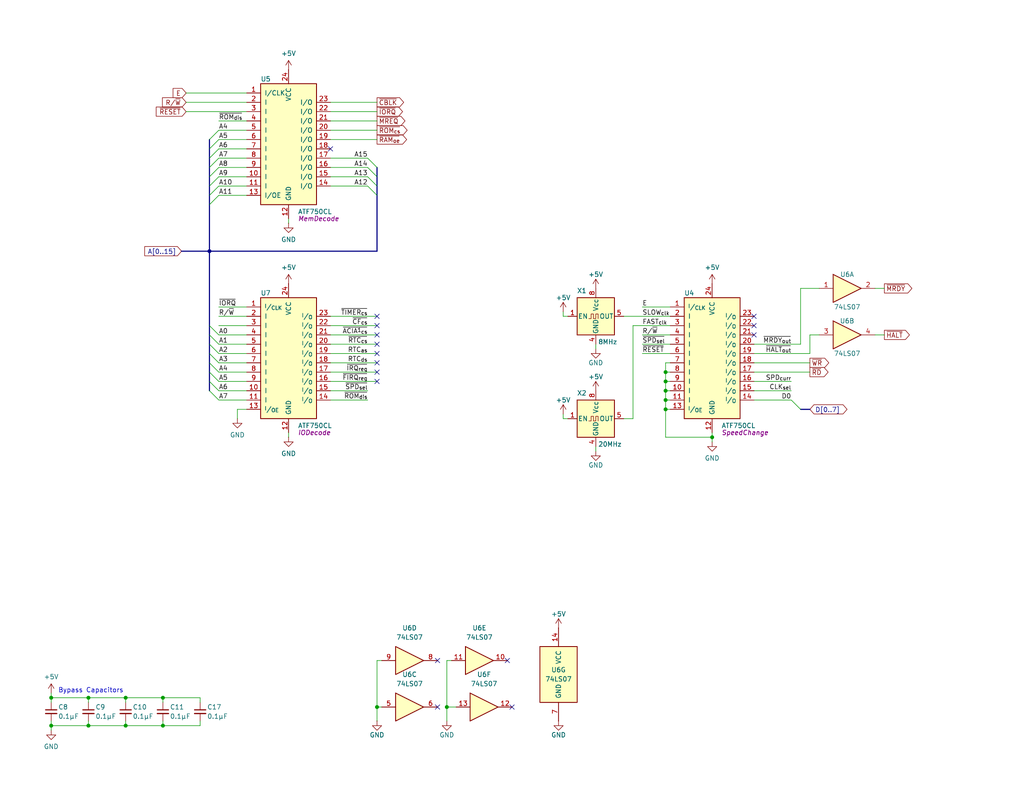
<source format=kicad_sch>
(kicad_sch (version 20250114) (generator "eeschema") (generator_version "9.0")
  (paper "USLetter")
  (title_block (company "Frédéric \"MicroHobbyist\" Segard"))
  (lib_symbols
    (symbol "74xx:74LS07" (pin_names (offset 1.016))
      (property "Reference" "U" (at 0 1.27 0))
      (property "Value" "74LS07" (at 0 -1.27 0))
      (symbol "74LS07_1_0"
        (polyline (pts (xy -3.81 3.81) (xy -3.81 -3.81) (xy 3.81 0) (xy -3.81 3.81)) (stroke (width 0.254)) (fill (type background)))
        (pin input line (at -7.62 0 0) (length 3.81) (name "~") (number "1"))
        (pin open_collector line (at 7.62 0 180) (length 3.81) (name "~") (number "2"))
      )
      (symbol "74LS07_2_0"
        (polyline (pts (xy -3.81 3.81) (xy -3.81 -3.81) (xy 3.81 0) (xy -3.81 3.81)) (stroke (width 0.254)) (fill (type background)))
        (pin input line (at -7.62 0 0) (length 3.81) (name "~") (number "3"))
        (pin open_collector line (at 7.62 0 180) (length 3.81) (name "~") (number "4"))
      )
      (symbol "74LS07_3_0"
        (polyline (pts (xy -3.81 3.81) (xy -3.81 -3.81) (xy 3.81 0) (xy -3.81 3.81)) (stroke (width 0.254)) (fill (type background)))
        (pin input line (at -7.62 0 0) (length 3.81) (name "~") (number "5"))
        (pin open_collector line (at 7.62 0 180) (length 3.81) (name "~") (number "6"))
      )
      (symbol "74LS07_4_0"
        (polyline (pts (xy -3.81 3.81) (xy -3.81 -3.81) (xy 3.81 0) (xy -3.81 3.81)) (stroke (width 0.254)) (fill (type background)))
        (pin input line (at -7.62 0 0) (length 3.81) (name "~") (number "9"))
        (pin open_collector line (at 7.62 0 180) (length 3.81) (name "~") (number "8"))
      )
      (symbol "74LS07_5_0"
        (polyline (pts (xy -3.81 3.81) (xy -3.81 -3.81) (xy 3.81 0) (xy -3.81 3.81)) (stroke (width 0.254)) (fill (type background)))
        (pin input line (at -7.62 0 0) (length 3.81) (name "~") (number "11"))
        (pin open_collector line (at 7.62 0 180) (length 3.81) (name "~") (number "10"))
      )
      (symbol "74LS07_6_0"
        (polyline (pts (xy -3.81 3.81) (xy -3.81 -3.81) (xy 3.81 0) (xy -3.81 3.81)) (stroke (width 0.254)) (fill (type background)))
        (pin input line (at -7.62 0 0) (length 3.81) (name "~") (number "13"))
        (pin open_collector line (at 7.62 0 180) (length 3.81) (name "~") (number "12"))
      )
      (symbol "74LS07_7_0"
        (pin power_in line (at 0 12.7 270) (length 5.08) (name "VCC") (number "14"))
        (pin power_in line (at 0 -12.7 90) (length 5.08) (name "GND") (number "7"))
      )
      (symbol "74LS07_7_1"
        (rectangle (start -5.08 7.62) (end 5.08 -7.62) (stroke (width 0.254)) (fill (type background)))
      )
    )
    (symbol "Device:C_Small" (pin_numbers (hide yes)) (pin_names (offset 0.254) (hide yes))
      (property "Reference" "C" (at 0.254 1.778 0))
      (property "Value" "C_Small" (at 0.254 -2.032 0))
      (symbol "C_Small_0_1"
        (polyline (pts (xy -1.524 0.508) (xy 1.524 0.508)) (stroke (width 0.3048)))
        (polyline (pts (xy -1.524 -0.508) (xy 1.524 -0.508)) (stroke (width 0.3302)))
      )
      (symbol "C_Small_1_1"
        (pin passive line (at 0 2.54 270) (length 2.032) (name "~") (number "1"))
        (pin passive line (at 0 -2.54 90) (length 2.032) (name "~") (number "2"))
      )
    )
    (symbol "MicroHobbyist:ATF22V10C" (pin_names (offset 1.016))
      (property "Reference" "U" (at -7.62 1.27 0))
      (property "Value" "ATF22V10C" (at 1.27 -34.925 0))
      (symbol "ATF22V10C_1_1"
        (rectangle (start -7.62 0) (end 7.62 -33.02) (stroke (width 0.254)) (fill (type background)))
        (pin input line (at -11.43 -2.54 0) (length 3.81) (name "I/CLK") (number "1"))
        (pin input line (at -11.43 -5.08 0) (length 3.81) (name "I") (number "2"))
        (pin input line (at -11.43 -7.62 0) (length 3.81) (name "I") (number "3"))
        (pin input line (at -11.43 -10.16 0) (length 3.81) (name "I") (number "4"))
        (pin input line (at -11.43 -12.7 0) (length 3.81) (name "I") (number "5"))
        (pin input line (at -11.43 -15.24 0) (length 3.81) (name "I") (number "6"))
        (pin input line (at -11.43 -17.78 0) (length 3.81) (name "I") (number "7"))
        (pin input line (at -11.43 -20.32 0) (length 3.81) (name "I") (number "8"))
        (pin input line (at -11.43 -22.86 0) (length 3.81) (name "I") (number "9"))
        (pin input line (at -11.43 -25.4 0) (length 3.81) (name "I") (number "10"))
        (pin input line (at -11.43 -27.94 0) (length 3.81) (name "I") (number "11"))
        (pin input line (at -11.43 -30.48 0) (length 3.81) (name "I/OE") (number "13"))
        (pin power_in line (at 0 3.81 270) (length 3.81) (name "VCC") (number "24"))
        (pin power_in line (at 0 -36.83 90) (length 3.81) (name "GND") (number "12"))
        (pin bidirectional line (at 11.43 -5.08 180) (length 3.81) (name "I/O") (number "23"))
        (pin bidirectional line (at 11.43 -7.62 180) (length 3.81) (name "I/O") (number "22"))
        (pin bidirectional line (at 11.43 -10.16 180) (length 3.81) (name "I/O") (number "21"))
        (pin bidirectional line (at 11.43 -12.7 180) (length 3.81) (name "I/O") (number "20"))
        (pin bidirectional line (at 11.43 -15.24 180) (length 3.81) (name "I/O") (number "19"))
        (pin bidirectional line (at 11.43 -17.78 180) (length 3.81) (name "I/O") (number "18"))
        (pin bidirectional line (at 11.43 -20.32 180) (length 3.81) (name "I/O") (number "17"))
        (pin bidirectional line (at 11.43 -22.86 180) (length 3.81) (name "I/O") (number "16"))
        (pin bidirectional line (at 11.43 -25.4 180) (length 3.81) (name "I/O") (number "15"))
        (pin bidirectional line (at 11.43 -27.94 180) (length 3.81) (name "I/O") (number "14"))
      )
    )
    (symbol "MicroHobbyist:ATF750C" (pin_names (offset 1.016))
      (property "Reference" "U" (at -7.62 1.27 0))
      (property "Value" "ATF750C" (at 1.27 -34.925 0))
      (symbol "ATF750C_1_1"
        (rectangle (start -7.62 0) (end 7.62 -33.02) (stroke (width 0.254)) (fill (type background)))
        (pin input line (at -11.43 -2.54 0) (length 3.81) (name "^{I}/_{CLK}") (number "1"))
        (pin input line (at -11.43 -5.08 0) (length 3.81) (name "I") (number "2"))
        (pin input line (at -11.43 -7.62 0) (length 3.81) (name "I") (number "3"))
        (pin input line (at -11.43 -10.16 0) (length 3.81) (name "I") (number "4"))
        (pin input line (at -11.43 -12.7 0) (length 3.81) (name "I") (number "5"))
        (pin input line (at -11.43 -15.24 0) (length 3.81) (name "I") (number "6"))
        (pin input line (at -11.43 -17.78 0) (length 3.81) (name "I") (number "7"))
        (pin input line (at -11.43 -20.32 0) (length 3.81) (name "I") (number "8"))
        (pin input line (at -11.43 -22.86 0) (length 3.81) (name "I") (number "9"))
        (pin input line (at -11.43 -25.4 0) (length 3.81) (name "I") (number "10"))
        (pin input line (at -11.43 -27.94 0) (length 3.81) (name "I") (number "11"))
        (pin input line (at -11.43 -30.48 0) (length 3.81) (name "^{I}/_{OE}") (number "13"))
        (pin power_in line (at 0 3.81 270) (length 3.81) (name "VCC") (number "24"))
        (pin power_in line (at 0 -36.83 90) (length 3.81) (name "GND") (number "12"))
        (pin bidirectional line (at 11.43 -5.08 180) (length 3.81) (name "^{I}/_{O}") (number "23"))
        (pin bidirectional line (at 11.43 -7.62 180) (length 3.81) (name "^{I}/_{O}") (number "22"))
        (pin bidirectional line (at 11.43 -10.16 180) (length 3.81) (name "^{I}/_{O}") (number "21"))
        (pin bidirectional line (at 11.43 -12.7 180) (length 3.81) (name "^{I}/_{O}") (number "20"))
        (pin bidirectional line (at 11.43 -15.24 180) (length 3.81) (name "^{I}/_{O}") (number "19"))
        (pin bidirectional line (at 11.43 -17.78 180) (length 3.81) (name "^{I}/_{O}") (number "18"))
        (pin bidirectional line (at 11.43 -20.32 180) (length 3.81) (name "^{I}/_{O}") (number "17"))
        (pin bidirectional line (at 11.43 -22.86 180) (length 3.81) (name "^{I}/_{O}") (number "16"))
        (pin bidirectional line (at 11.43 -25.4 180) (length 3.81) (name "^{I}/_{O}") (number "15"))
        (pin bidirectional line (at 11.43 -27.94 180) (length 3.81) (name "^{I}/_{O}") (number "14"))
      )
    )
    (symbol "Oscillator:CXO_DIP8" (pin_names (offset 0.254))
      (property "Reference" "Y" (at -5.08 6.35 0))
      (property "Value" "CXO_DIP8" (at 1.27 -6.35 0))
      (symbol "CXO_DIP8_0_1"
        (rectangle (start -5.08 5.08) (end 5.08 -5.08) (stroke (width 0.254)) (fill (type background)))
        (polyline (pts (xy -1.905 -0.635) (xy -1.27 -0.635) (xy -1.27 0.635) (xy -0.635 0.635) (xy -0.635 -0.635) (xy 0 -0.635) (xy 0 0.635) (xy 0.635 0.635) (xy 0.635 -0.635)))
      )
      (symbol "CXO_DIP8_1_1"
        (pin input line (at -7.62 0 0) (length 2.54) (name "EN") (number "1"))
        (pin power_in line (at 0 7.62 270) (length 2.54) (name "Vcc") (number "8"))
        (pin power_in line (at 0 -7.62 90) (length 2.54) (name "GND") (number "4"))
        (pin output line (at 7.62 0 180) (length 2.54) (name "OUT") (number "5"))
      )
    )
    (symbol "power:+5V" (power) (pin_numbers (hide yes)) (pin_names (offset 0) (hide yes))
      (property "Value" "+5V" (at 0 3.556 0))
      (symbol "+5V_0_1"
        (polyline (pts (xy -0.762 1.27) (xy 0 2.54)))
        (polyline (pts (xy 0 2.54) (xy 0.762 1.27)))
        (polyline (pts (xy 0 0) (xy 0 2.54)))
      )
      (symbol "+5V_1_1"
        (pin power_in line (at 0 0 90) (length 0) (name "~") (number "1"))
      )
    )
    (symbol "power:GND" (power) (pin_numbers (hide yes)) (pin_names (offset 0) (hide yes))
      (property "Value" "GND" (at 0 -3.81 0))
      (symbol "GND_0_1"
        (polyline (pts (xy 0 0) (xy 0 -1.27) (xy 1.27 -1.27) (xy 0 -2.54) (xy -1.27 -1.27) (xy 0 -1.27)))
      )
      (symbol "GND_1_1"
        (pin power_in line (at 0 0 270) (length 0) (name "~") (number "1"))
      )
    )
  )
  (text "Bypass Capacitors" (at 15.875 188.595 0) (effects (font (size 1.27 1.27)) (justify left)))
  (junction (at 13.97 190.5))
  (junction (at 34.29 190.5))
  (junction (at 102.87 193.04))
  (junction (at 44.45 198.12))
  (junction (at 44.45 190.5))
  (junction (at 24.13 190.5))
  (junction (at 13.97 198.12))
  (junction (at 34.29 198.12))
  (junction (at 194.31 119.38))
  (junction (at 181.61 111.76))
  (junction (at 181.61 109.22))
  (junction (at 24.13 198.12))
  (junction (at 181.61 106.68))
  (junction (at 57.15 68.58))
  (junction (at 181.61 104.14))
  (junction (at 181.61 101.6))
  (junction (at 121.92 193.04))
  (no_connect (at 102.87 91.44))
  (no_connect (at 102.87 104.14))
  (no_connect (at 119.38 193.04))
  (no_connect (at 138.43 180.34))
  (no_connect (at 139.7 193.04))
  (no_connect (at 102.87 101.6))
  (no_connect (at 205.74 86.36))
  (no_connect (at 205.74 91.44))
  (no_connect (at 102.87 86.36))
  (no_connect (at 90.17 40.64))
  (no_connect (at 102.87 88.9))
  (no_connect (at 102.87 99.06))
  (no_connect (at 102.87 96.52))
  (no_connect (at 119.38 180.34))
  (no_connect (at 205.74 88.9))
  (no_connect (at 102.87 93.98))
  (bus_entry (at 57.15 101.6) (size 2.54 2.54))
  (bus_entry (at 57.15 43.18) (size 2.54 -2.54))
  (bus_entry (at 57.15 104.14) (size 2.54 2.54))
  (bus_entry (at 57.15 38.1) (size 2.54 -2.54))
  (bus_entry (at 57.15 99.06) (size 2.54 2.54))
  (bus_entry (at 57.15 96.52) (size 2.54 2.54))
  (bus_entry (at 57.15 93.98) (size 2.54 2.54))
  (bus_entry (at 215.9 109.22) (size 2.54 2.54))
  (bus_entry (at 57.15 50.8) (size 2.54 -2.54))
  (bus_entry (at 100.33 50.8) (size 2.54 2.54))
  (bus_entry (at 57.15 40.64) (size 2.54 -2.54))
  (bus_entry (at 57.15 91.44) (size 2.54 2.54))
  (bus_entry (at 57.15 48.26) (size 2.54 -2.54))
  (bus_entry (at 57.15 45.72) (size 2.54 -2.54))
  (bus_entry (at 57.15 53.34) (size 2.54 -2.54))
  (bus_entry (at 102.87 48.26) (size -2.54 -2.54))
  (bus_entry (at 57.15 88.9) (size 2.54 2.54))
  (bus_entry (at 57.15 106.68) (size 2.54 2.54))
  (bus_entry (at 57.15 55.88) (size 2.54 -2.54))
  (bus_entry (at 100.33 43.18) (size 2.54 2.54))
  (bus_entry (at 100.33 48.26) (size 2.54 2.54))
  (wire (pts (xy 181.61 99.06) (xy 181.61 101.6)))
  (wire (pts (xy 220.98 91.44) (xy 220.98 96.52)))
  (wire (pts (xy 64.77 111.76) (xy 64.77 114.3)))
  (wire (pts (xy 175.26 96.52) (xy 182.88 96.52)))
  (wire (pts (xy 123.19 180.34) (xy 121.92 180.34)))
  (wire (pts (xy 90.17 30.48) (xy 102.87 30.48)))
  (wire (pts (xy 170.18 114.3) (xy 172.72 114.3)))
  (wire (pts (xy 50.8 25.4) (xy 67.31 25.4)))
  (wire (pts (xy 220.98 91.44) (xy 223.52 91.44)))
  (bus (pts (xy 57.15 45.72) (xy 57.15 48.26)))
  (bus (pts (xy 102.87 48.26) (xy 102.87 50.8)))
  (wire (pts (xy 44.45 196.85) (xy 44.45 198.12)))
  (wire (pts (xy 13.97 190.5) (xy 24.13 190.5)))
  (wire (pts (xy 59.69 53.34) (xy 67.31 53.34)))
  (bus (pts (xy 57.15 88.9) (xy 57.15 91.44)))
  (wire (pts (xy 24.13 198.12) (xy 34.29 198.12)))
  (wire (pts (xy 78.74 119.38) (xy 78.74 118.11)))
  (wire (pts (xy 102.87 193.04) (xy 102.87 196.85)))
  (wire (pts (xy 90.17 106.68) (xy 100.33 106.68)))
  (wire (pts (xy 181.61 104.14) (xy 181.61 106.68)))
  (bus (pts (xy 57.15 53.34) (xy 57.15 55.88)))
  (bus (pts (xy 57.15 55.88) (xy 57.15 68.58)))
  (wire (pts (xy 241.3 91.44) (xy 238.76 91.44)))
  (bus (pts (xy 49.53 68.58) (xy 57.15 68.58)))
  (wire (pts (xy 59.69 86.36) (xy 67.31 86.36)))
  (wire (pts (xy 67.31 111.76) (xy 64.77 111.76)))
  (wire (pts (xy 78.74 60.96) (xy 78.74 59.69)))
  (wire (pts (xy 90.17 43.18) (xy 100.33 43.18)))
  (wire (pts (xy 205.74 101.6) (xy 220.98 101.6)))
  (bus (pts (xy 57.15 104.14) (xy 57.15 106.68)))
  (wire (pts (xy 90.17 99.06) (xy 102.87 99.06)))
  (bus (pts (xy 57.15 38.1) (xy 57.15 40.64)))
  (wire (pts (xy 218.44 78.74) (xy 223.52 78.74)))
  (bus (pts (xy 102.87 53.34) (xy 102.87 68.58)))
  (wire (pts (xy 59.69 96.52) (xy 67.31 96.52)))
  (wire (pts (xy 90.17 88.9) (xy 102.87 88.9)))
  (bus (pts (xy 57.15 99.06) (xy 57.15 96.52)))
  (wire (pts (xy 13.97 190.5) (xy 13.97 191.77)))
  (wire (pts (xy 54.61 196.85) (xy 54.61 198.12)))
  (wire (pts (xy 102.87 193.04) (xy 104.14 193.04)))
  (wire (pts (xy 241.3 78.74) (xy 238.76 78.74)))
  (wire (pts (xy 13.97 189.23) (xy 13.97 190.5)))
  (bus (pts (xy 57.15 91.44) (xy 57.15 93.98)))
  (wire (pts (xy 205.74 99.06) (xy 220.98 99.06)))
  (wire (pts (xy 90.17 91.44) (xy 102.87 91.44)))
  (wire (pts (xy 59.69 99.06) (xy 67.31 99.06)))
  (wire (pts (xy 153.67 114.3) (xy 154.94 114.3)))
  (wire (pts (xy 13.97 196.85) (xy 13.97 198.12)))
  (wire (pts (xy 50.8 27.94) (xy 67.31 27.94)))
  (bus (pts (xy 57.15 40.64) (xy 57.15 43.18)))
  (wire (pts (xy 172.72 88.9) (xy 182.88 88.9)))
  (wire (pts (xy 59.69 38.1) (xy 67.31 38.1)))
  (wire (pts (xy 59.69 93.98) (xy 67.31 93.98)))
  (wire (pts (xy 162.56 123.19) (xy 162.56 121.92)))
  (wire (pts (xy 90.17 38.1) (xy 102.87 38.1)))
  (wire (pts (xy 59.69 35.56) (xy 67.31 35.56)))
  (wire (pts (xy 182.88 99.06) (xy 181.61 99.06)))
  (wire (pts (xy 59.69 40.64) (xy 67.31 40.64)))
  (wire (pts (xy 90.17 101.6) (xy 102.87 101.6)))
  (wire (pts (xy 44.45 190.5) (xy 44.45 191.77)))
  (wire (pts (xy 104.14 180.34) (xy 102.87 180.34)))
  (wire (pts (xy 181.61 101.6) (xy 182.88 101.6)))
  (wire (pts (xy 153.67 86.36) (xy 154.94 86.36)))
  (wire (pts (xy 181.61 106.68) (xy 181.61 109.22)))
  (wire (pts (xy 59.69 109.22) (xy 67.31 109.22)))
  (wire (pts (xy 121.92 180.34) (xy 121.92 193.04)))
  (wire (pts (xy 181.61 106.68) (xy 182.88 106.68)))
  (wire (pts (xy 90.17 35.56) (xy 102.87 35.56)))
  (wire (pts (xy 205.74 109.22) (xy 215.9 109.22)))
  (wire (pts (xy 59.69 104.14) (xy 67.31 104.14)))
  (wire (pts (xy 34.29 190.5) (xy 44.45 190.5)))
  (wire (pts (xy 44.45 198.12) (xy 54.61 198.12)))
  (wire (pts (xy 218.44 93.98) (xy 218.44 78.74)))
  (wire (pts (xy 153.67 113.03) (xy 153.67 114.3)))
  (wire (pts (xy 34.29 190.5) (xy 34.29 191.77)))
  (bus (pts (xy 57.15 68.58) (xy 102.87 68.58)))
  (wire (pts (xy 90.17 33.02) (xy 102.87 33.02)))
  (wire (pts (xy 13.97 198.12) (xy 24.13 198.12)))
  (wire (pts (xy 24.13 196.85) (xy 24.13 198.12)))
  (wire (pts (xy 90.17 86.36) (xy 102.87 86.36)))
  (wire (pts (xy 90.17 27.94) (xy 102.87 27.94)))
  (wire (pts (xy 13.97 198.12) (xy 13.97 199.39)))
  (bus (pts (xy 102.87 45.72) (xy 102.87 48.26)))
  (wire (pts (xy 181.61 111.76) (xy 181.61 119.38)))
  (wire (pts (xy 67.31 48.26) (xy 59.69 48.26)))
  (wire (pts (xy 34.29 198.12) (xy 44.45 198.12)))
  (bus (pts (xy 57.15 96.52) (xy 57.15 93.98)))
  (wire (pts (xy 59.69 33.02) (xy 67.31 33.02)))
  (wire (pts (xy 24.13 190.5) (xy 34.29 190.5)))
  (bus (pts (xy 57.15 48.26) (xy 57.15 50.8)))
  (wire (pts (xy 50.8 30.48) (xy 67.31 30.48)))
  (wire (pts (xy 175.26 91.44) (xy 182.88 91.44)))
  (wire (pts (xy 181.61 101.6) (xy 181.61 104.14)))
  (wire (pts (xy 90.17 50.8) (xy 100.33 50.8)))
  (bus (pts (xy 57.15 68.58) (xy 57.15 88.9)))
  (bus (pts (xy 57.15 101.6) (xy 57.15 99.06)))
  (wire (pts (xy 59.69 50.8) (xy 67.31 50.8)))
  (wire (pts (xy 121.92 193.04) (xy 121.92 196.85)))
  (wire (pts (xy 44.45 190.5) (xy 54.61 190.5)))
  (wire (pts (xy 194.31 119.38) (xy 194.31 118.11)))
  (bus (pts (xy 102.87 50.8) (xy 102.87 53.34)))
  (wire (pts (xy 34.29 196.85) (xy 34.29 198.12)))
  (wire (pts (xy 90.17 48.26) (xy 100.33 48.26)))
  (wire (pts (xy 59.69 91.44) (xy 67.31 91.44)))
  (wire (pts (xy 24.13 190.5) (xy 24.13 191.77)))
  (wire (pts (xy 90.17 45.72) (xy 100.33 45.72)))
  (bus (pts (xy 57.15 50.8) (xy 57.15 53.34)))
  (wire (pts (xy 205.74 93.98) (xy 218.44 93.98)))
  (wire (pts (xy 181.61 111.76) (xy 182.88 111.76)))
  (wire (pts (xy 181.61 109.22) (xy 182.88 109.22)))
  (wire (pts (xy 170.18 86.36) (xy 182.88 86.36)))
  (wire (pts (xy 182.88 104.14) (xy 181.61 104.14)))
  (wire (pts (xy 181.61 109.22) (xy 181.61 111.76)))
  (wire (pts (xy 90.17 96.52) (xy 102.87 96.52)))
  (wire (pts (xy 102.87 180.34) (xy 102.87 193.04)))
  (wire (pts (xy 175.26 93.98) (xy 182.88 93.98)))
  (wire (pts (xy 220.98 96.52) (xy 205.74 96.52)))
  (bus (pts (xy 218.44 111.76) (xy 220.98 111.76)))
  (wire (pts (xy 205.74 106.68) (xy 215.9 106.68)))
  (wire (pts (xy 59.69 106.68) (xy 67.31 106.68)))
  (bus (pts (xy 57.15 43.18) (xy 57.15 45.72)))
  (wire (pts (xy 59.69 43.18) (xy 67.31 43.18)))
  (wire (pts (xy 54.61 190.5) (xy 54.61 191.77)))
  (wire (pts (xy 153.67 85.09) (xy 153.67 86.36)))
  (wire (pts (xy 175.26 83.82) (xy 182.88 83.82)))
  (wire (pts (xy 162.56 95.25) (xy 162.56 93.98)))
  (wire (pts (xy 59.69 83.82) (xy 67.31 83.82)))
  (wire (pts (xy 181.61 119.38) (xy 194.31 119.38)))
  (bus (pts (xy 57.15 104.14) (xy 57.15 101.6)))
  (wire (pts (xy 205.74 104.14) (xy 215.9 104.14)))
  (wire (pts (xy 90.17 104.14) (xy 102.87 104.14)))
  (wire (pts (xy 59.69 88.9) (xy 67.31 88.9)))
  (wire (pts (xy 172.72 114.3) (xy 172.72 88.9)))
  (wire (pts (xy 59.69 45.72) (xy 67.31 45.72)))
  (wire (pts (xy 194.31 120.65) (xy 194.31 119.38)))
  (wire (pts (xy 121.92 193.04) (xy 124.46 193.04)))
  (wire (pts (xy 90.17 93.98) (xy 102.87 93.98)))
  (wire (pts (xy 90.17 109.22) (xy 100.33 109.22)))
  (wire (pts (xy 59.69 101.6) (xy 67.31 101.6)))
  (label "R{slash}~{W}" (at 59.69 86.36 0))
  (label "A11" (at 59.69 53.34 0))
  (label "~{RTC_{cs}}" (at 100.33 93.98 180))
  (label "A2" (at 59.69 96.52 0))
  (label "~{IORQ}" (at 59.69 83.82 0))
  (label "~{FIRQ_{reg}}" (at 100.33 104.14 180))
  (label "E" (at 175.26 83.82 0))
  (label "~{ACIA^{1}_{cs}}" (at 100.33 91.44 180))
  (label "A4" (at 59.69 35.56 0))
  (label "~{CF_{cs}}" (at 100.33 88.9 180))
  (label "A9" (at 59.69 48.26 0))
  (label "~{ROM_{dis}}" (at 59.69 33.02 0))
  (label "CLK_{sel}" (at 215.9 106.68 180))
  (label "SLOW_{clk}" (at 175.26 86.36 0))
  (label "A12" (at 100.33 50.8 180))
  (label "~{MRDY_{out}}" (at 215.9 93.98 180))
  (label "R{slash}~{W}" (at 175.26 91.44 0))
  (label "A8" (at 59.69 45.72 0))
  (label "~{RESET}" (at 175.26 96.52 0))
  (label "A6" (at 59.69 40.64 0))
  (label "A3" (at 59.69 99.06 0))
  (label "A5" (at 59.69 104.14 0))
  (label "D0" (at 215.9 109.22 180))
  (label "~{SPD_{sel}}" (at 175.26 93.98 0))
  (label "RTC_{ds}" (at 100.33 99.06 180))
  (label "A1" (at 59.69 93.98 0))
  (label "A10" (at 59.69 50.8 0))
  (label "~{IRQ_{reg}}" (at 100.33 101.6 180))
  (label "A7" (at 59.69 43.18 0))
  (label "A15" (at 100.33 43.18 180))
  (label "A4" (at 59.69 101.6 0))
  (label "RTC_{as}" (at 100.33 96.52 180))
  (label "A0" (at 59.69 91.44 0))
  (label "FAST_{clk}" (at 175.26 88.9 0))
  (label "~{HALT_{out}}" (at 215.9 96.52 180))
  (label "A6" (at 59.69 106.68 0))
  (label "~{SPD_{sel}}" (at 100.33 106.68 180))
  (label "A5" (at 59.69 38.1 0))
  (label "A13" (at 100.33 48.26 180))
  (label "A14" (at 100.33 45.72 180))
  (label "~{TIMER_{cs}}" (at 100.33 86.36 180))
  (label "A7" (at 59.69 109.22 0))
  (label "~{ROM_{dis}}" (at 100.33 109.22 180))
  (label "SPD_{curr}" (at 215.9 104.14 180))
  (global_label "E" (shape input) (at 50.8 25.4 180) (property "Intersheetrefs" "${INTERSHEET_REFS}" (effects (hide yes))))
  (global_label "~{RESET}" (shape input) (at 50.8 30.48 180) (property "Intersheetrefs" "${INTERSHEET_REFS}" (effects (hide yes))))
  (global_label "~{ROM_{cs}}" (shape output) (at 102.87 35.56 0) (property "Intersheetrefs" "${INTERSHEET_REFS}" (effects (hide yes))))
  (global_label "~{RD}" (shape output) (at 220.98 101.6 0) (property "Intersheetrefs" "${INTERSHEET_REFS}" (effects (hide yes))))
  (global_label "~{HALT}" (shape output) (at 241.3 91.44 0) (property "Intersheetrefs" "${INTERSHEET_REFS}" (effects (hide yes))))
  (global_label "~{RAM_{oe}}" (shape output) (at 102.87 38.1 0) (property "Intersheetrefs" "${INTERSHEET_REFS}" (effects (hide yes))))
  (global_label "~{IORQ}" (shape output) (at 102.87 30.48 0) (property "Intersheetrefs" "${INTERSHEET_REFS}" (effects (hide yes))))
  (global_label "R{slash}~{W}" (shape input) (at 50.8 27.94 180) (property "Intersheetrefs" "${INTERSHEET_REFS}" (effects (hide yes))))
  (global_label "~{MRDY}" (shape output) (at 241.3 78.74 0) (property "Intersheetrefs" "${INTERSHEET_REFS}" (effects (hide yes))))
  (global_label "D[0..7]" (shape bidirectional) (at 220.98 111.76 0) (property "Intersheetrefs" "${INTERSHEET_REFS}" (effects (hide yes))))
  (global_label "~{MREQ}" (shape output) (at 102.87 33.02 0) (property "Intersheetrefs" "${INTERSHEET_REFS}" (effects (hide yes))))
  (global_label "~{WR}" (shape output) (at 220.98 99.06 0) (property "Intersheetrefs" "${INTERSHEET_REFS}" (effects (hide yes))))
  (global_label "A[0..15]" (shape input) (at 49.53 68.58 180) (property "Intersheetrefs" "${INTERSHEET_REFS}" (effects (hide yes))))
  (global_label "~{CBLK}" (shape output) (at 102.87 27.94 0) (property "Intersheetrefs" "${INTERSHEET_REFS}" (effects (hide yes))))
  (symbol (lib_id "power:GND") (at 162.56 95.25 0) (unit 1)
    (property "Reference" "#PWR042" (effects (hide yes)))
    (property "Value" "GND" (at 162.56 99.06 0))
    (property "Description" "Power symbol creates a global label with name \"GND\" , ground" (effects (hide yes)))
  )
  (symbol (lib_id "74xx:74LS07") (at 111.76 193.04 0) (unit 3)
    (property "Reference" "U6" (at 111.76 184.15 0))
    (property "Value" "74LS07" (at 111.76 186.69 0))
    (property "Datasheet" "www.ti.com/lit/ds/symlink/sn74ls07.pdf" (effects (hide yes)))
    (property "Description" "Hex Buffers and Drivers With Open Collector High Voltage Outputs" (effects (hide yes)))
  )
  (symbol (lib_id "power:GND") (at 64.77 114.3 0) (unit 1)
    (property "Reference" "#PWR017" (effects (hide yes)))
    (property "Value" "GND" (at 64.77 118.745 0))
    (property "Description" "Power symbol creates a global label with name \"GND\" , ground" (effects (hide yes)))
  )
  (symbol (lib_id "power:GND") (at 121.92 196.85 0) (unit 1)
    (property "Reference" "#PWR052" (effects (hide yes)))
    (property "Value" "GND" (at 121.92 200.66 0))
    (property "Description" "Power symbol creates a global label with name \"GND\" , ground" (effects (hide yes)))
  )
  (symbol (lib_id "74xx:74LS07") (at 132.08 193.04 0) (unit 6)
    (property "Reference" "U6" (at 132.08 184.15 0))
    (property "Value" "74LS07" (at 132.08 186.69 0))
    (property "Datasheet" "www.ti.com/lit/ds/symlink/sn74ls07.pdf" (effects (hide yes)))
    (property "Description" "Hex Buffers and Drivers With Open Collector High Voltage Outputs" (effects (hide yes)))
  )
  (symbol (lib_id "Device:C_Small") (at 13.97 194.31 0) (unit 1)
    (property "Reference" "C8" (at 15.875 193.04 0) (effects (justify left)))
    (property "Value" "0.1µF" (at 15.875 195.58 0) (effects (justify left)))
    (property "Description" "Unpolarized capacitor, small symbol" (effects (hide yes)))
  )
  (symbol (lib_id "MicroHobbyist:ATF750C") (at 194.31 81.28 0) (unit 1)
    (property "Reference" "U4" (at 186.69 80.01 0) (effects (justify left)))
    (property "Value" "ATF750CL" (at 196.85 116.205 0) (effects (justify left)))
    (property "Footprint" "Package_DIP:DIP-24_W7.62mm_Socket_LongPads" (effects (hide yes)))
    (property "Datasheet" "https://ww1.microchip.com/downloads/aemDocuments/documents/MPD/ProductDocuments/DataSheets/ATF750C-CL-CPLD-Data-Sheet-DS20006641.pdf" (effects (hide yes)))
    (property "Description" "High-performance EE PLD, 12 inputs, 10 I/O" (effects (hide yes)))
    (property "File" "SpeedChange" (at 196.85 118.11 0) (effects (font (italic yes)) (justify left)))
    (property "Position" "BB-CENTER" (effects (hide yes)))
  )
  (symbol (lib_id "power:+5V") (at 78.74 77.47 0) (unit 1)
    (property "Reference" "#PWR023" (effects (hide yes)))
    (property "Value" "+5V" (at 78.74 73.025 0))
    (property "Description" "Power symbol creates a global label with name \"+5V\"" (effects (hide yes)))
  )
  (symbol (lib_id "Device:C_Small") (at 34.29 194.31 0) (unit 1)
    (property "Reference" "C10" (at 36.195 193.04 0) (effects (justify left)))
    (property "Value" "0.1µF" (at 36.195 195.58 0) (effects (justify left)))
    (property "Description" "Unpolarized capacitor, small symbol" (effects (hide yes)))
  )
  (symbol (lib_id "power:+5V") (at 153.67 113.03 0) (unit 1)
    (property "Reference" "#PWR020" (effects (hide yes)))
    (property "Value" "+5V" (at 153.67 109.22 0))
    (property "Description" "Power symbol creates a global label with name \"+5V\"" (effects (hide yes)))
  )
  (symbol (lib_id "Device:C_Small") (at 44.45 194.31 0) (unit 1)
    (property "Reference" "C11" (at 46.355 193.04 0) (effects (justify left)))
    (property "Value" "0.1µF" (at 46.355 195.58 0) (effects (justify left)))
    (property "Description" "Unpolarized capacitor, small symbol" (effects (hide yes)))
  )
  (symbol (lib_id "power:GND") (at 13.97 199.39 0) (unit 1)
    (property "Reference" "#PWR029" (effects (hide yes)))
    (property "Value" "GND" (at 13.97 203.835 0))
    (property "Description" "Power symbol creates a global label with name \"GND\" , ground" (effects (hide yes)))
  )
  (symbol (lib_id "power:+5V") (at 153.67 85.09 0) (unit 1)
    (property "Reference" "#PWR039" (effects (hide yes)))
    (property "Value" "+5V" (at 153.67 81.28 0))
    (property "Description" "Power symbol creates a global label with name \"+5V\"" (effects (hide yes)))
  )
  (symbol (lib_id "74xx:74LS07") (at 231.14 78.74 0) (unit 1)
    (property "Reference" "U6" (at 231.14 74.93 0))
    (property "Value" "74LS07" (at 231.14 83.82 0))
    (property "Datasheet" "www.ti.com/lit/ds/symlink/sn74ls07.pdf" (effects (hide yes)))
    (property "Description" "Hex Buffers and Drivers With Open Collector High Voltage Outputs" (effects (hide yes)))
  )
  (symbol (lib_id "power:+5V") (at 194.31 77.47 0) (unit 1)
    (property "Reference" "#PWR022" (effects (hide yes)))
    (property "Value" "+5V" (at 194.31 73.025 0))
    (property "Description" "Power symbol creates a global label with name \"+5V\"" (effects (hide yes)))
  )
  (symbol (lib_id "power:+5V") (at 13.97 189.23 0) (unit 1)
    (property "Reference" "#PWR028" (effects (hide yes)))
    (property "Value" "+5V" (at 13.97 184.785 0))
    (property "Description" "Power symbol creates a global label with name \"+5V\"" (effects (hide yes)))
  )
  (symbol (lib_id "power:GND") (at 78.74 119.38 0) (unit 1)
    (property "Reference" "#PWR025" (effects (hide yes)))
    (property "Value" "GND" (at 78.74 123.825 0))
    (property "Description" "Power symbol creates a global label with name \"GND\" , ground" (effects (hide yes)))
  )
  (symbol (lib_id "Device:C_Small") (at 24.13 194.31 0) (unit 1)
    (property "Reference" "C9" (at 26.035 193.04 0) (effects (justify left)))
    (property "Value" "0.1µF" (at 26.035 195.58 0) (effects (justify left)))
    (property "Description" "Unpolarized capacitor, small symbol" (effects (hide yes)))
  )
  (symbol (lib_id "74xx:74LS07") (at 111.76 180.34 0) (unit 4)
    (property "Reference" "U6" (at 111.76 171.45 0))
    (property "Value" "74LS07" (at 111.76 173.99 0))
    (property "Datasheet" "www.ti.com/lit/ds/symlink/sn74ls07.pdf" (effects (hide yes)))
    (property "Description" "Hex Buffers and Drivers With Open Collector High Voltage Outputs" (effects (hide yes)))
  )
  (symbol (lib_id "power:GND") (at 162.56 123.19 0) (unit 1)
    (property "Reference" "#PWR021" (effects (hide yes)))
    (property "Value" "GND" (at 162.56 127 0))
    (property "Description" "Power symbol creates a global label with name \"GND\" , ground" (effects (hide yes)))
  )
  (symbol (lib_id "power:GND") (at 78.74 60.96 0) (unit 1)
    (property "Reference" "#PWR018" (effects (hide yes)))
    (property "Value" "GND" (at 78.74 65.405 0))
    (property "Description" "Power symbol creates a global label with name \"GND\" , ground" (effects (hide yes)))
  )
  (symbol (lib_id "74xx:74LS07") (at 152.4 184.15 0) (unit 7)
    (property "Reference" "U6" (at 152.4 182.88 0))
    (property "Value" "74LS07" (at 152.4 185.42 0))
    (property "Datasheet" "www.ti.com/lit/ds/symlink/sn74ls07.pdf" (effects (hide yes)))
    (property "Description" "Hex Buffers and Drivers With Open Collector High Voltage Outputs" (effects (hide yes)))
  )
  (symbol (lib_id "74xx:74LS07") (at 231.14 91.44 0) (unit 2)
    (property "Reference" "U6" (at 231.14 87.63 0))
    (property "Value" "74LS07" (at 231.14 96.52 0))
    (property "Datasheet" "www.ti.com/lit/ds/symlink/sn74ls07.pdf" (effects (hide yes)))
    (property "Description" "Hex Buffers and Drivers With Open Collector High Voltage Outputs" (effects (hide yes)))
  )
  (symbol (lib_id "Oscillator:CXO_DIP8") (at 162.56 86.36 0) (unit 1)
    (property "Reference" "X1" (at 158.75 79.375 0))
    (property "Value" "8MHz" (at 163.195 93.345 0) (effects (justify left)))
    (property "Footprint" "Oscillator:Oscillator_DIP-8" (effects (hide yes)))
    (property "Datasheet" "http://cdn-reichelt.de/documents/datenblatt/B400/OSZI.pdf" (effects (hide yes)))
    (property "Description" "Crystal Clock Oscillator, DIP8-style metal package" (effects (hide yes)))
  )
  (symbol (lib_id "power:GND") (at 152.4 196.85 0) (unit 1)
    (property "Reference" "#PWR027" (effects (hide yes)))
    (property "Value" "GND" (at 152.4 200.66 0))
    (property "Description" "Power symbol creates a global label with name \"GND\" , ground" (effects (hide yes)))
  )
  (symbol (lib_id "Device:C_Small") (at 54.61 194.31 0) (unit 1)
    (property "Reference" "C17" (at 56.515 193.04 0) (effects (justify left)))
    (property "Value" "0.1µF" (at 56.515 195.58 0) (effects (justify left)))
    (property "Description" "Unpolarized capacitor, small symbol" (effects (hide yes)))
  )
  (symbol (lib_id "MicroHobbyist:ATF750C") (at 78.74 81.28 0) (unit 1)
    (property "Reference" "U7" (at 71.12 80.01 0) (effects (justify left)))
    (property "Value" "ATF750CL" (at 81.28 116.205 0) (effects (justify left)))
    (property "Footprint" "Package_DIP:DIP-24_W7.62mm_Socket_LongPads" (effects (hide yes)))
    (property "Datasheet" "https://ww1.microchip.com/downloads/aemDocuments/documents/MPD/ProductDocuments/DataSheets/ATF750C-CL-CPLD-Data-Sheet-DS20006641.pdf" (effects (hide yes)))
    (property "Description" "High-performance EE PLD, 12 inputs, 10 I/O" (effects (hide yes)))
    (property "File" "IODecode" (at 81.28 118.11 0) (effects (font (italic yes)) (justify left)))
    (property "Position" "BB-CENTER" (effects (hide yes)))
  )
  (symbol (lib_id "MicroHobbyist:ATF22V10C") (at 78.74 22.86 0) (unit 1)
    (property "Reference" "U5" (at 71.12 21.59 0) (effects (justify left)))
    (property "Value" "ATF750CL" (at 81.28 57.785 0) (effects (justify left)))
    (property "Footprint" "Package_DIP:DIP-24_W7.62mm_Socket_LongPads" (effects (hide yes)))
    (property "Datasheet" "http://ww1.microchip.com/downloads/en/DeviceDoc/doc0735.pdf" (effects (hide yes)))
    (property "Description" "High-performance EE PLD, 12 inputs, 10 I/O" (effects (hide yes)))
    (property "File" "MemDecode" (at 81.28 59.69 0) (effects (font (italic yes)) (justify left)))
    (property "Position" "BB-LEFT" (effects (hide yes)))
  )
  (symbol (lib_id "power:+5V") (at 78.74 19.05 0) (unit 1)
    (property "Reference" "#PWR016" (effects (hide yes)))
    (property "Value" "+5V" (at 78.74 14.605 0))
    (property "Description" "Power symbol creates a global label with name \"+5V\"" (effects (hide yes)))
  )
  (symbol (lib_id "power:GND") (at 194.31 120.65 0) (unit 1)
    (property "Reference" "#PWR024" (effects (hide yes)))
    (property "Value" "GND" (at 194.31 125.095 0))
    (property "Description" "Power symbol creates a global label with name \"GND\" , ground" (effects (hide yes)))
  )
  (symbol (lib_id "power:+5V") (at 152.4 171.45 0) (unit 1)
    (property "Reference" "#PWR026" (effects (hide yes)))
    (property "Value" "+5V" (at 152.4 167.64 0))
    (property "Description" "Power symbol creates a global label with name \"+5V\"" (effects (hide yes)))
  )
  (symbol (lib_id "power:+5V") (at 162.56 106.68 0) (unit 1)
    (property "Reference" "#PWR019" (effects (hide yes)))
    (property "Value" "+5V" (at 162.56 102.87 0))
    (property "Description" "Power symbol creates a global label with name \"+5V\"" (effects (hide yes)))
  )
  (symbol (lib_id "Oscillator:CXO_DIP8") (at 162.56 114.3 0) (unit 1)
    (property "Reference" "X2" (at 158.75 107.315 0))
    (property "Value" "20MHz" (at 163.195 121.285 0) (effects (justify left)))
    (property "Footprint" "Oscillator:Oscillator_DIP-8" (effects (hide yes)))
    (property "Datasheet" "http://cdn-reichelt.de/documents/datenblatt/B400/OSZI.pdf" (effects (hide yes)))
    (property "Description" "Crystal Clock Oscillator, DIP8-style metal package" (effects (hide yes)))
  )
  (symbol (lib_id "power:GND") (at 102.87 196.85 0) (unit 1)
    (property "Reference" "#PWR053" (effects (hide yes)))
    (property "Value" "GND" (at 102.87 200.66 0))
    (property "Description" "Power symbol creates a global label with name \"GND\" , ground" (effects (hide yes)))
  )
  (symbol (lib_id "74xx:74LS07") (at 130.81 180.34 0) (unit 5)
    (property "Reference" "U6" (at 130.81 171.45 0))
    (property "Value" "74LS07" (at 130.81 173.99 0))
    (property "Datasheet" "www.ti.com/lit/ds/symlink/sn74ls07.pdf" (effects (hide yes)))
    (property "Description" "Hex Buffers and Drivers With Open Collector High Voltage Outputs" (effects (hide yes)))
  )
  (symbol (lib_id "power:+5V") (at 162.56 78.74 0) (unit 1)
    (property "Reference" "#PWR036" (effects (hide yes)))
    (property "Value" "+5V" (at 162.56 74.93 0))
    (property "Description" "Power symbol creates a global label with name \"+5V\"" (effects (hide yes)))
  )
)
</source>
